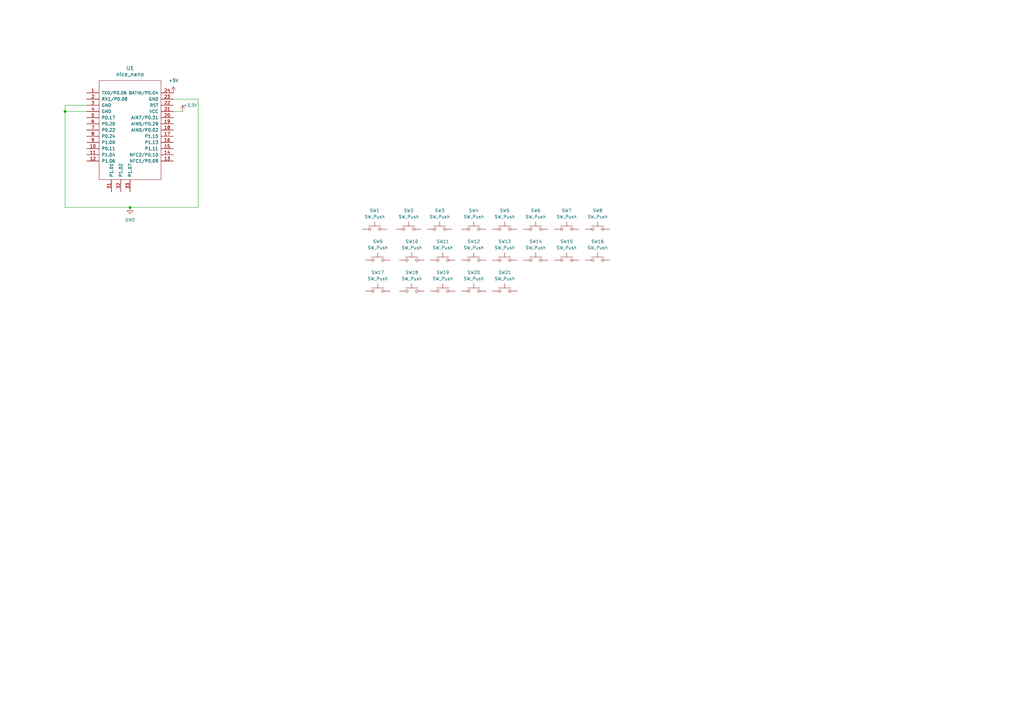
<source format=kicad_sch>
(kicad_sch (version 20231120) (generator "eeschema") (generator_version "8.0")
  (paper "A3")
  (lib_symbols
    (symbol "Switch:SW_Push" (pin_numbers hide) (pin_names (offset 1.016) hide)
      (property "Reference" "SW" (at 1.27 2.54 0))
      (property "Value" "SW_Push" (at 0 -1.524 0))
      (symbol "SW_Push_0_1"
        (circle (center -2.032 0) (radius 0.508))
        (polyline (pts (xy 0 1.27) (xy 0 3.048)))
        (polyline (pts (xy 2.54 1.27) (xy -2.54 1.27)))
        (circle (center 2.032 0) (radius 0.508))
        (pin passive line (at -5.08 0 0) (length 2.54) (name "1") (number "1"))
        (pin passive line (at 5.08 0 180) (length 2.54) (name "2") (number "2"))
      )
    )
    (symbol "controller:nice_nano" (pin_names (offset 1.016))
      (property "Reference" "U" (at 0 0 0))
      (property "Value" "nice_nano" (at 0 2.54 0))
      (symbol "nice_nano_0_1"
        (rectangle (start -12.7 -21.59) (end 12.7 19.05))
      )
      (symbol "nice_nano_1_1"
        (pin input line (at -17.78 13.97 0) (length 5.08) (name "TX0/P0.06") (number "1"))
        (pin input line (at -17.78 -8.89 0) (length 5.08) (name "P0.11") (number "10"))
        (pin input line (at -17.78 -11.43 0) (length 5.08) (name "P1.04") (number "11"))
        (pin input line (at -17.78 -13.97 0) (length 5.08) (name "P1.06") (number "12"))
        (pin input line (at 17.78 -13.97 180) (length 5.08) (name "NFC1/P0.09") (number "13"))
        (pin input line (at 17.78 -11.43 180) (length 5.08) (name "NFC2/P0.10") (number "14"))
        (pin input line (at 17.78 -8.89 180) (length 5.08) (name "P1.11") (number "15"))
        (pin input line (at 17.78 -6.35 180) (length 5.08) (name "P1.13") (number "16"))
        (pin input line (at 17.78 -3.81 180) (length 5.08) (name "P1.15") (number "17"))
        (pin input line (at 17.78 -1.27 180) (length 5.08) (name "AIN0/P0.02") (number "18"))
        (pin input line (at 17.78 1.27 180) (length 5.08) (name "AIN5/P0.29") (number "19"))
        (pin input line (at -17.78 11.43 0) (length 5.08) (name "RX1/P0.08") (number "2"))
        (pin input line (at 17.78 3.81 180) (length 5.08) (name "AIN7/P0.31") (number "20"))
        (pin input line (at 17.78 6.35 180) (length 5.08) (name "VCC") (number "21"))
        (pin input line (at 17.78 8.89 180) (length 5.08) (name "RST") (number "22"))
        (pin input line (at 17.78 11.43 180) (length 5.08) (name "GND") (number "23"))
        (pin input line (at 17.78 13.97 180) (length 5.08) (name "BATIN/P0.04") (number "24"))
        (pin input line (at -17.78 8.89 0) (length 5.08) (name "GND") (number "3"))
        (pin input line (at -7.62 -26.67 90) (length 5.08) (name "P1.01") (number "31"))
        (pin input line (at -3.81 -26.67 90) (length 5.08) (name "P1.02") (number "32"))
        (pin input line (at 0 -26.67 90) (length 5.08) (name "P1.07") (number "33"))
        (pin input line (at -17.78 6.35 0) (length 5.08) (name "GND") (number "4"))
        (pin input line (at -17.78 3.81 0) (length 5.08) (name "P0.17") (number "5"))
        (pin input line (at -17.78 1.27 0) (length 5.08) (name "P0.20") (number "6"))
        (pin input line (at -17.78 -1.27 0) (length 5.08) (name "P0.22") (number "7"))
        (pin input line (at -17.78 -3.81 0) (length 5.08) (name "P0.24") (number "8"))
        (pin input line (at -17.78 -6.35 0) (length 5.08) (name "P1.00") (number "9"))
      )
    )
    (symbol "power:+3.3V" (power) (pin_numbers hide) (pin_names (offset 0) hide)
      (property "Value" "+3.3V" (at 0 3.556 0))
      (symbol "+3.3V_0_1"
        (polyline (pts (xy -0.762 1.27) (xy 0 2.54)))
        (polyline (pts (xy 0 0) (xy 0 2.54)))
        (polyline (pts (xy 0 2.54) (xy 0.762 1.27)))
      )
      (symbol "+3.3V_1_1"
        (pin power_in line (at 0 0 90) (length 0) (name "~") (number "1"))
      )
    )
    (symbol "power:+5V" (power) (pin_numbers hide) (pin_names (offset 0) hide)
      (property "Value" "+5V" (at 0 3.556 0))
      (symbol "+5V_0_1"
        (polyline (pts (xy -0.762 1.27) (xy 0 2.54)))
        (polyline (pts (xy 0 0) (xy 0 2.54)))
        (polyline (pts (xy 0 2.54) (xy 0.762 1.27)))
      )
      (symbol "+5V_1_1"
        (pin power_in line (at 0 0 90) (length 0) (name "~") (number "1"))
      )
    )
    (symbol "power:GND" (power) (pin_numbers hide) (pin_names (offset 0) hide)
      (property "Value" "GND" (at 0 -3.81 0))
      (symbol "GND_0_1"
        (polyline (pts (xy 0 0) (xy 0 -1.27) (xy 1.27 -1.27) (xy 0 -2.54) (xy -1.27 -1.27) (xy 0 -1.27)))
      )
      (symbol "GND_1_1"
        (pin power_in line (at 0 0 270) (length 0) (name "~") (number "1"))
      )
    )
  )
  (junction (at 26.67 45.72))
  (junction (at 53.34 85.09))
  (wire (pts (xy 81.28 40.64) (xy 81.28 85.09)))
  (wire (pts (xy 71.12 40.64) (xy 81.28 40.64)))
  (wire (pts (xy 26.67 85.09) (xy 53.34 85.09)))
  (wire (pts (xy 53.34 85.09) (xy 81.28 85.09)))
  (wire (pts (xy 26.67 43.18) (xy 26.67 45.72)))
  (wire (pts (xy 26.67 45.72) (xy 35.56 45.72)))
  (wire (pts (xy 26.67 45.72) (xy 26.67 85.09)))
  (wire (pts (xy 71.12 45.72) (xy 74.93 45.72)))
  (wire (pts (xy 35.56 43.18) (xy 26.67 43.18)))
  (symbol (lib_id "Switch:SW_Push") (at 154.94 119.38 0) (unit 1)
    (property "Reference" "SW17" (at 154.94 111.76 0))
    (property "Value" "SW_Push" (at 154.94 114.3 0))
    (property "Description" "Push button switch, generic, two pins" (effects (hide yes)))
  )
  (symbol (lib_id "Switch:SW_Push") (at 180.34 93.98 0) (unit 1)
    (property "Reference" "SW3" (at 180.34 86.36 0))
    (property "Value" "SW_Push" (at 180.34 88.9 0))
    (property "Description" "Push button switch, generic, two pins" (effects (hide yes)))
  )
  (symbol (lib_id "Switch:SW_Push") (at 232.41 93.98 0) (unit 1)
    (property "Reference" "SW7" (at 232.41 86.36 0))
    (property "Value" "SW_Push" (at 232.41 88.9 0))
    (property "Description" "Push button switch, generic, two pins" (effects (hide yes)))
  )
  (symbol (lib_id "Switch:SW_Push") (at 194.31 106.68 0) (unit 1)
    (property "Reference" "SW12" (at 194.31 99.06 0))
    (property "Value" "SW_Push" (at 194.31 101.6 0))
    (property "Description" "Push button switch, generic, two pins" (effects (hide yes)))
  )
  (symbol (lib_id "Switch:SW_Push") (at 207.01 93.98 0) (unit 1)
    (property "Reference" "SW5" (at 207.01 86.36 0))
    (property "Value" "SW_Push" (at 207.01 88.9 0))
    (property "Description" "Push button switch, generic, two pins" (effects (hide yes)))
  )
  (symbol (lib_id "Switch:SW_Push") (at 154.94 106.68 0) (unit 1)
    (property "Reference" "SW9" (at 154.94 99.06 0))
    (property "Value" "SW_Push" (at 154.94 101.6 0))
    (property "Description" "Push button switch, generic, two pins" (effects (hide yes)))
  )
  (symbol (lib_id "Switch:SW_Push") (at 245.11 93.98 0) (unit 1)
    (property "Reference" "SW8" (at 245.11 86.36 0))
    (property "Value" "SW_Push" (at 245.11 88.9 0))
    (property "Description" "Push button switch, generic, two pins" (effects (hide yes)))
  )
  (symbol (lib_id "Switch:SW_Push") (at 168.91 106.68 0) (unit 1)
    (property "Reference" "SW10" (at 168.91 99.06 0))
    (property "Value" "SW_Push" (at 168.91 101.6 0))
    (property "Description" "Push button switch, generic, two pins" (effects (hide yes)))
  )
  (symbol (lib_id "power:GND") (at 53.34 85.09 0) (unit 1)
    (property "Reference" "#PWR02" (effects (hide yes)))
    (property "Value" "GND" (at 53.34 90.17 0))
    (property "Description" "Power symbol creates a global label with name \"GND\" , ground" (effects (hide yes)))
  )
  (symbol (lib_id "Switch:SW_Push") (at 194.31 119.38 0) (unit 1)
    (property "Reference" "SW20" (at 194.31 111.76 0))
    (property "Value" "SW_Push" (at 194.31 114.3 0))
    (property "Description" "Push button switch, generic, two pins" (effects (hide yes)))
  )
  (symbol (lib_id "power:+3.3V") (at 74.93 45.72 0) (unit 1)
    (property "Reference" "#PWR03" (effects (hide yes)))
    (property "Value" "+3.3V" (at 77.978 43.18 0))
    (property "Description" "Power symbol creates a global label with name \"+3.3V\"" (effects (hide yes)))
  )
  (symbol (lib_id "Switch:SW_Push") (at 181.61 119.38 0) (unit 1)
    (property "Reference" "SW19" (at 181.61 111.76 0))
    (property "Value" "SW_Push" (at 181.61 114.3 0))
    (property "Description" "Push button switch, generic, two pins" (effects (hide yes)))
  )
  (symbol (lib_id "Switch:SW_Push") (at 207.01 119.38 0) (unit 1)
    (property "Reference" "SW21" (at 207.01 111.76 0))
    (property "Value" "SW_Push" (at 207.01 114.3 0))
    (property "Description" "Push button switch, generic, two pins" (effects (hide yes)))
  )
  (symbol (lib_id "power:+5V") (at 71.12 38.1 0) (unit 1)
    (property "Reference" "#PWR01" (effects (hide yes)))
    (property "Value" "+5V" (at 71.12 33.02 0))
    (property "Description" "Power symbol creates a global label with name \"+5V\"" (effects (hide yes)))
  )
  (symbol (lib_id "Switch:SW_Push") (at 194.31 93.98 0) (unit 1)
    (property "Reference" "SW4" (at 194.31 86.36 0))
    (property "Value" "SW_Push" (at 194.31 88.9 0))
    (property "Description" "Push button switch, generic, two pins" (effects (hide yes)))
  )
  (symbol (lib_id "Switch:SW_Push") (at 181.61 106.68 0) (unit 1)
    (property "Reference" "SW11" (at 181.61 99.06 0))
    (property "Value" "SW_Push" (at 181.61 101.6 0))
    (property "Description" "Push button switch, generic, two pins" (effects (hide yes)))
  )
  (symbol (lib_id "Switch:SW_Push") (at 153.67 93.98 0) (unit 1)
    (property "Reference" "SW1" (at 153.67 86.36 0))
    (property "Value" "SW_Push" (at 153.67 88.9 0))
    (property "Description" "Push button switch, generic, two pins" (effects (hide yes)))
  )
  (symbol (lib_id "Switch:SW_Push") (at 167.64 93.98 0) (unit 1)
    (property "Reference" "SW2" (at 167.64 86.36 0))
    (property "Value" "SW_Push" (at 167.64 88.9 0))
    (property "Description" "Push button switch, generic, two pins" (effects (hide yes)))
  )
  (symbol (lib_id "Switch:SW_Push") (at 219.71 93.98 0) (unit 1)
    (property "Reference" "SW6" (at 219.71 86.36 0))
    (property "Value" "SW_Push" (at 219.71 88.9 0))
    (property "Description" "Push button switch, generic, two pins" (effects (hide yes)))
  )
  (symbol (lib_id "Switch:SW_Push") (at 245.11 106.68 0) (unit 1)
    (property "Reference" "SW16" (at 245.11 99.06 0))
    (property "Value" "SW_Push" (at 245.11 101.6 0))
    (property "Description" "Push button switch, generic, two pins" (effects (hide yes)))
  )
  (symbol (lib_id "Switch:SW_Push") (at 219.71 106.68 0) (unit 1)
    (property "Reference" "SW14" (at 219.71 99.06 0))
    (property "Value" "SW_Push" (at 219.71 101.6 0))
    (property "Description" "Push button switch, generic, two pins" (effects (hide yes)))
  )
  (symbol (lib_id "Switch:SW_Push") (at 207.01 106.68 0) (unit 1)
    (property "Reference" "SW13" (at 207.01 99.06 0))
    (property "Value" "SW_Push" (at 207.01 101.6 0))
    (property "Description" "Push button switch, generic, two pins" (effects (hide yes)))
  )
  (symbol (lib_id "Switch:SW_Push") (at 168.91 119.38 0) (unit 1)
    (property "Reference" "SW18" (at 168.91 111.76 0))
    (property "Value" "SW_Push" (at 168.91 114.3 0))
    (property "Description" "Push button switch, generic, two pins" (effects (hide yes)))
  )
  (symbol (lib_id "Switch:SW_Push") (at 232.41 106.68 0) (unit 1)
    (property "Reference" "SW15" (at 232.41 99.06 0))
    (property "Value" "SW_Push" (at 232.41 101.6 0))
    (property "Description" "Push button switch, generic, two pins" (effects (hide yes)))
  )
  (symbol (lib_id "controller:nice_nano") (at 53.34 52.07 0) (unit 1)
    (property "Reference" "U1" (at 53.34 27.94 0) (effects (font (size 1.524 1.524))))
    (property "Value" "nice_nano" (at 53.34 30.48 0) (effects (font (size 1.524 1.524))))
  )
)
</source>
